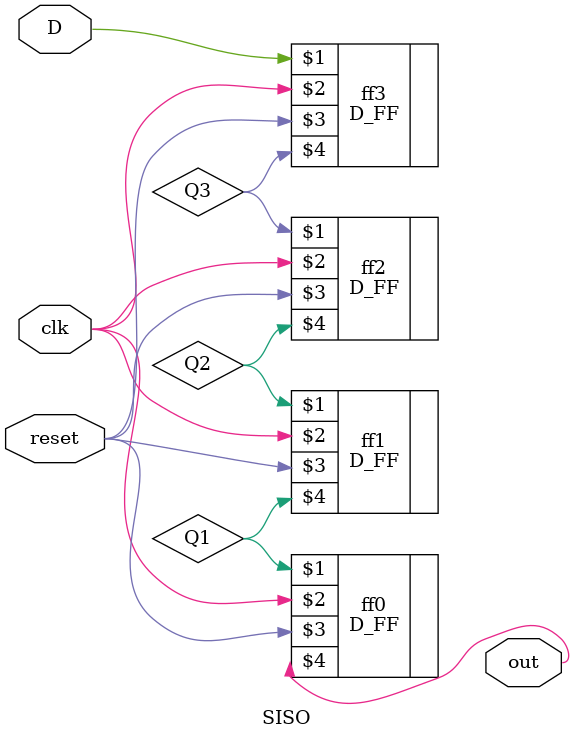
<source format=v>
`timescale 1ns / 1ps

module SISO(
    input D,
    input clk,
    input reset,
    output  out
    );
    
    wire Q3,Q2,Q1;

//defining the flip flop module 
D_FF ff3(D,clk,reset,Q3);
D_FF ff2(Q3,clk,reset,Q2);
D_FF ff1(Q2,clk,reset,Q1);
D_FF ff0(Q1,clk,reset,out);

endmodule

</source>
